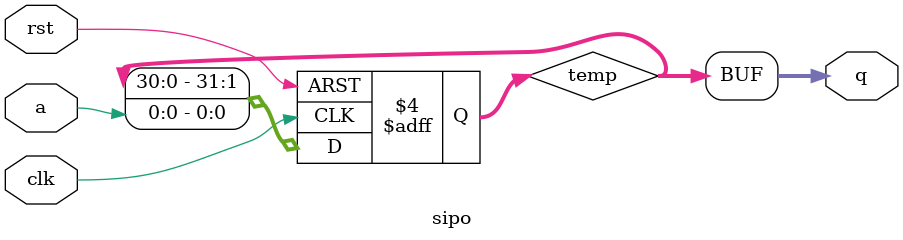
<source format=v>
module sipo(clk,rst,a,q);
input clk,rst;
input a;
output [31:0]q;
wire [31:0]q;
reg [31:0]temp;
always@(posedge clk,posedge rst)
begin
    if(rst==1'b1)
         temp<=32'b0000;
    else
    begin
        temp<=temp<<1'b1;//shift by 1 bit
        temp[0]<=a;
    end
end
assign q = temp;
endmodule
</source>
